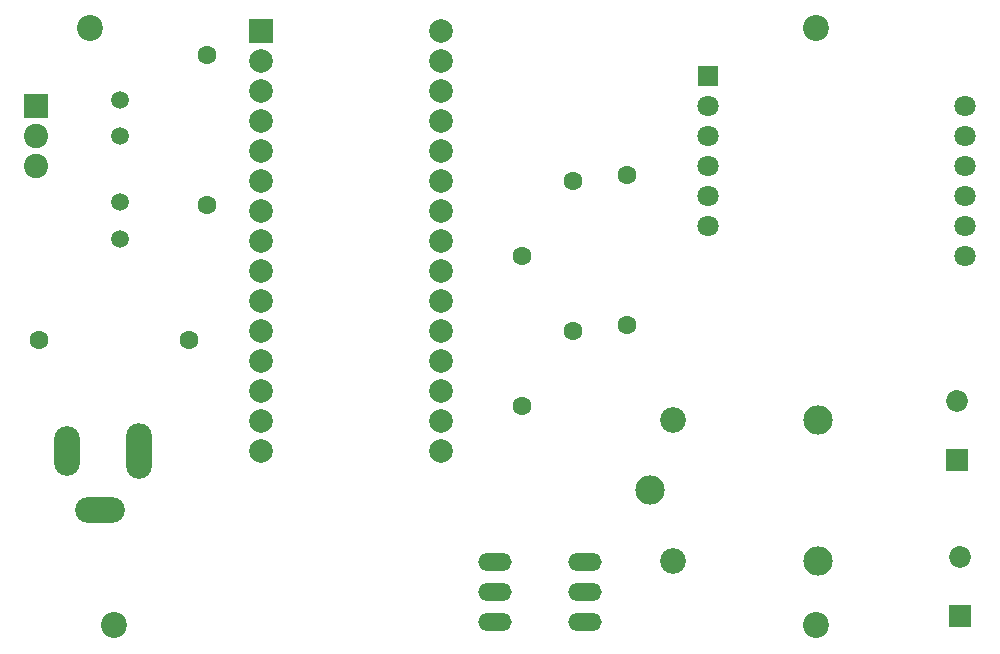
<source format=gbs>
G04 Layer_Color=16711935*
%FSLAX42Y42*%
%MOMM*%
G71*
G01*
G75*
%ADD36C,2.00*%
%ADD37R,2.00X2.00*%
%ADD38R,2.06X2.06*%
%ADD39C,2.06*%
%ADD40R,1.85X1.85*%
%ADD41C,1.85*%
%ADD42O,2.20X4.20*%
%ADD43O,2.20X4.70*%
%ADD44O,4.20X2.20*%
%ADD45C,2.18*%
%ADD46C,2.49*%
%ADD47C,1.80*%
%ADD48R,1.80X1.80*%
%ADD49O,2.84X1.52*%
%ADD50C,2.20*%
%ADD51C,1.60*%
%ADD52C,1.50*%
D36*
X2261Y2007D02*
D03*
Y2515D02*
D03*
Y2261D02*
D03*
Y3023D02*
D03*
Y2769D02*
D03*
Y3531D02*
D03*
Y3277D02*
D03*
Y4039D02*
D03*
Y3785D02*
D03*
Y4547D02*
D03*
Y4293D02*
D03*
Y4801D02*
D03*
Y5055D02*
D03*
Y5309D02*
D03*
X3785Y2007D02*
D03*
Y2261D02*
D03*
Y2515D02*
D03*
Y2769D02*
D03*
Y3023D02*
D03*
Y3277D02*
D03*
Y3531D02*
D03*
Y3785D02*
D03*
Y4039D02*
D03*
Y4293D02*
D03*
Y4547D02*
D03*
Y4801D02*
D03*
Y5055D02*
D03*
Y5309D02*
D03*
Y5563D02*
D03*
D37*
X2261D02*
D03*
D38*
X356Y4928D02*
D03*
D39*
Y4674D02*
D03*
Y4420D02*
D03*
D40*
X8153Y1934D02*
D03*
X8179Y614D02*
D03*
D41*
X8153Y2434D02*
D03*
X8179Y1114D02*
D03*
D42*
X622Y2007D02*
D03*
D43*
X1232D02*
D03*
D44*
X902Y1511D02*
D03*
D45*
X5753Y2276D02*
D03*
Y1076D02*
D03*
D46*
X5553Y1676D02*
D03*
X6973Y1076D02*
D03*
Y2276D02*
D03*
D47*
X8224Y3658D02*
D03*
Y3912D02*
D03*
Y4166D02*
D03*
Y4420D02*
D03*
Y4674D02*
D03*
Y4928D02*
D03*
X6045Y3912D02*
D03*
Y4166D02*
D03*
Y4420D02*
D03*
Y4674D02*
D03*
Y4928D02*
D03*
D48*
Y5182D02*
D03*
D49*
X4242Y1067D02*
D03*
Y813D02*
D03*
X5004D02*
D03*
Y1067D02*
D03*
X4242Y559D02*
D03*
X5004D02*
D03*
D50*
X813Y5588D02*
D03*
X6960D02*
D03*
Y533D02*
D03*
X1016D02*
D03*
D51*
X381Y2946D02*
D03*
X1651D02*
D03*
X1803Y4089D02*
D03*
Y5359D02*
D03*
X4902Y3023D02*
D03*
Y4293D02*
D03*
X4470Y3658D02*
D03*
Y2388D02*
D03*
X5359Y3073D02*
D03*
Y4343D02*
D03*
D52*
X1067Y4117D02*
D03*
Y3807D02*
D03*
Y4674D02*
D03*
Y4984D02*
D03*
M02*

</source>
